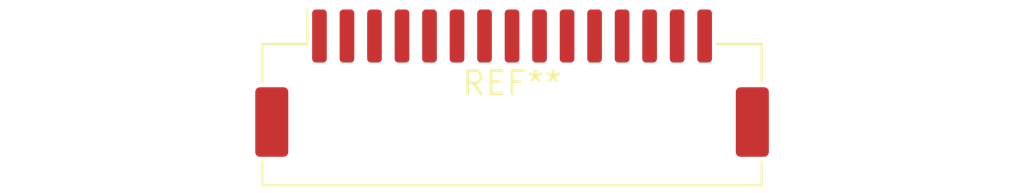
<source format=kicad_pcb>
(kicad_pcb (version 20240108) (generator pcbnew)
  (layers (0 "F.Cu" signal) (31 "B.Cu" signal) (34 "B.Paste" user) (35 "F.Paste" user) (36 "B.SilkS" user "B.Silkscreen") (37 "F.SilkS" user "F.Silkscreen") (38 "B.Mask" user) (39 "F.Mask" user) (44 "Edge.Cuts" user))
  (net 0 "")
  (footprint "JST_ZE_SM15B-ZESS-TB_1x15-1MP_P1.50mm_Horizontal" (layer "F.Cu") (at 0 0)
    (property "Reference" "REF**")
    (property "Value" "JST_ZE_SM15B-ZESS-TB_1x15-1MP_P1.50mm_Horizontal")
    (fp_line (start -13.61 -2.135) (end -11.16 -2.135) (layer "F.SilkS") (stroke (width 0.12)))
    (fp_line (start -13.61 -0.035) (end -13.61 -2.135) (layer "F.SilkS") (stroke (width 0.12)))
    (fp_line (start -13.61 4.285) (end -13.61 5.585) (layer "F.SilkS") (stroke (width 0.12)))
    (fp_line (start -13.61 5.585) (end 13.61 5.585) (layer "F.SilkS") (stroke (width 0.12)))
    (fp_line (start -11.16 -2.135) (end -11.16 -4.025) (layer "F.SilkS") (stroke (width 0.12)))
    (fp_line (start 13.61 -2.135) (end 11.16 -2.135) (layer "F.SilkS") (stroke (width 0.12)))
    (fp_line (start 13.61 -0.035) (end 13.61 -2.135) (layer "F.SilkS") (stroke (width 0.12)))
    (fp_line (start 13.61 5.585) (end 13.61 4.285) (layer "F.SilkS") (stroke (width 0.12)))
    (pad "1" smd roundrect (at -10.5 -2.575) (size 0.8 2.9) (layers "F.Cu" "F.Paste" "F.Mask"))
    (pad "2" smd roundrect (at -9 -2.575) (size 0.8 2.9) (layers "F.Cu" "F.Paste" "F.Mask"))
    (pad "3" smd roundrect (at -7.5 -2.575) (size 0.8 2.9) (layers "F.Cu" "F.Paste" "F.Mask"))
    (pad "4" smd roundrect (at -6 -2.575) (size 0.8 2.9) (layers "F.Cu" "F.Paste" "F.Mask"))
    (pad "5" smd roundrect (at -4.5 -2.575) (size 0.8 2.9) (layers "F.Cu" "F.Paste" "F.Mask"))
    (pad "6" smd roundrect (at -3 -2.575) (size 0.8 2.9) (layers "F.Cu" "F.Paste" "F.Mask"))
    (pad "7" smd roundrect (at -1.5 -2.575) (size 0.8 2.9) (layers "F.Cu" "F.Paste" "F.Mask"))
    (pad "8" smd roundrect (at 0 -2.575) (size 0.8 2.9) (layers "F.Cu" "F.Paste" "F.Mask"))
    (pad "9" smd roundrect (at 1.5 -2.575) (size 0.8 2.9) (layers "F.Cu" "F.Paste" "F.Mask"))
    (pad "10" smd roundrect (at 3 -2.575) (size 0.8 2.9) (layers "F.Cu" "F.Paste" "F.Mask"))
    (pad "11" smd roundrect (at 4.5 -2.575) (size 0.8 2.9) (layers "F.Cu" "F.Paste" "F.Mask"))
    (pad "12" smd roundrect (at 6 -2.575) (size 0.8 2.9) (layers "F.Cu" "F.Paste" "F.Mask"))
    (pad "13" smd roundrect (at 7.5 -2.575) (size 0.8 2.9) (layers "F.Cu" "F.Paste" "F.Mask"))
    (pad "14" smd roundrect (at 9 -2.575) (size 0.8 2.9) (layers "F.Cu" "F.Paste" "F.Mask"))
    (pad "15" smd roundrect (at 10.5 -2.575) (size 0.8 2.9) (layers "F.Cu" "F.Paste" "F.Mask"))
    (pad "MP" smd roundrect (at -13.1 2.125) (size 1.8 3.8) (layers "F.Cu" "F.Paste" "F.Mask") (roundrect_rratio 0.138889))
    (pad "MP" smd roundrect (at 13.1 2.125) (size 1.8 3.8) (layers "F.Cu" "F.Paste" "F.Mask") (roundrect_rratio 0.138889))
  )
)
</source>
